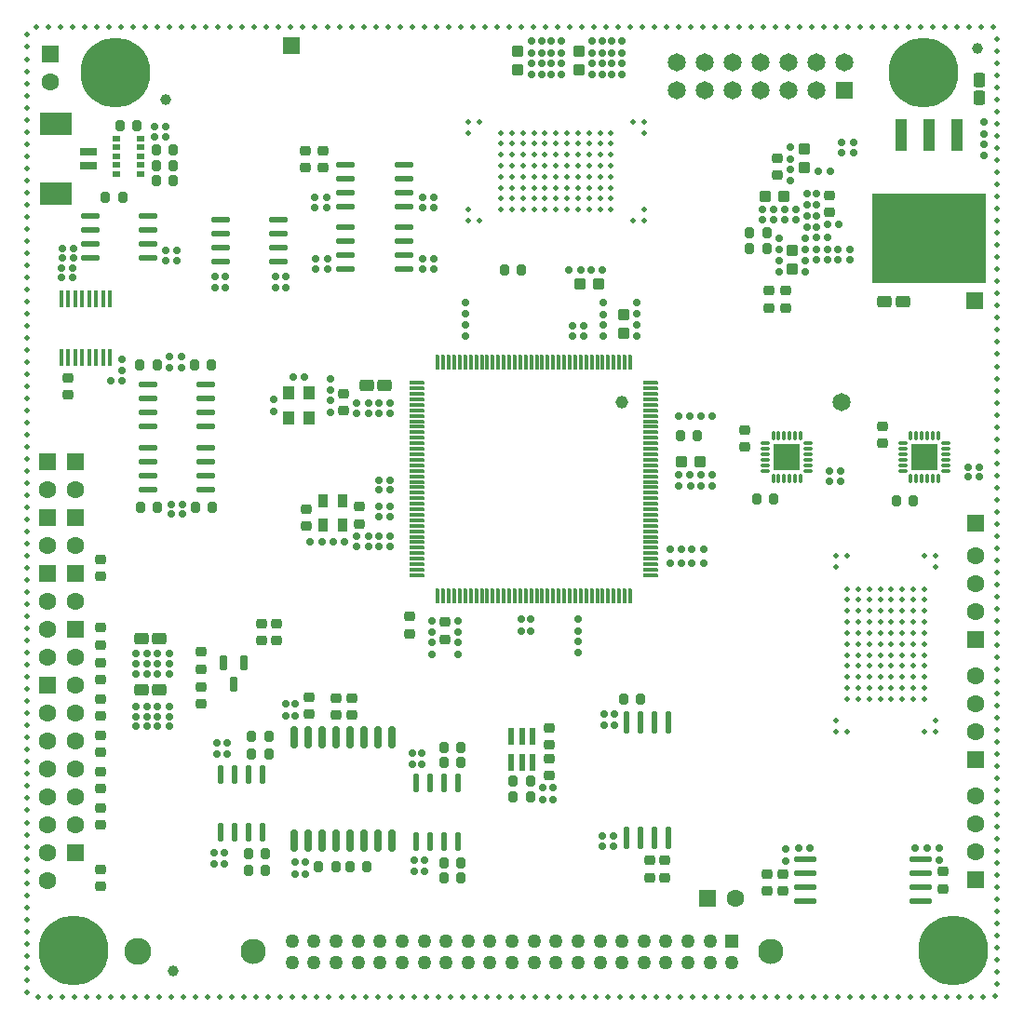
<source format=gbr>
G04*
G04 #@! TF.GenerationSoftware,Altium Limited,Altium Designer,24.9.1 (31)*
G04*
G04 Layer_Color=255*
%FSLAX44Y44*%
%MOMM*%
G71*
G04*
G04 #@! TF.SameCoordinates,95152EAB-924E-4990-96F7-4EF775BF21D2*
G04*
G04*
G04 #@! TF.FilePolarity,Positive*
G04*
G01*
G75*
G04:AMPARAMS|DCode=26|XSize=0.95mm|YSize=0.85mm|CornerRadius=0.2125mm|HoleSize=0mm|Usage=FLASHONLY|Rotation=180.000|XOffset=0mm|YOffset=0mm|HoleType=Round|Shape=RoundedRectangle|*
%AMROUNDEDRECTD26*
21,1,0.9500,0.4250,0,0,180.0*
21,1,0.5250,0.8500,0,0,180.0*
1,1,0.4250,-0.2625,0.2125*
1,1,0.4250,0.2625,0.2125*
1,1,0.4250,0.2625,-0.2125*
1,1,0.4250,-0.2625,-0.2125*
%
%ADD26ROUNDEDRECTD26*%
G04:AMPARAMS|DCode=38|XSize=0.95mm|YSize=0.85mm|CornerRadius=0.2125mm|HoleSize=0mm|Usage=FLASHONLY|Rotation=90.000|XOffset=0mm|YOffset=0mm|HoleType=Round|Shape=RoundedRectangle|*
%AMROUNDEDRECTD38*
21,1,0.9500,0.4250,0,0,90.0*
21,1,0.5250,0.8500,0,0,90.0*
1,1,0.4250,0.2125,0.2625*
1,1,0.4250,0.2125,-0.2625*
1,1,0.4250,-0.2125,-0.2625*
1,1,0.4250,-0.2125,0.2625*
%
%ADD38ROUNDEDRECTD38*%
G04:AMPARAMS|DCode=39|XSize=1.64mm|YSize=0.59mm|CornerRadius=0.1475mm|HoleSize=0mm|Usage=FLASHONLY|Rotation=0.000|XOffset=0mm|YOffset=0mm|HoleType=Round|Shape=RoundedRectangle|*
%AMROUNDEDRECTD39*
21,1,1.6400,0.2950,0,0,0.0*
21,1,1.3450,0.5900,0,0,0.0*
1,1,0.2950,0.6725,-0.1475*
1,1,0.2950,-0.6725,-0.1475*
1,1,0.2950,-0.6725,0.1475*
1,1,0.2950,0.6725,0.1475*
%
%ADD39ROUNDEDRECTD39*%
%ADD41R,0.9500X1.2000*%
G04:AMPARAMS|DCode=46|XSize=1.1mm|YSize=1mm|CornerRadius=0.25mm|HoleSize=0mm|Usage=FLASHONLY|Rotation=270.000|XOffset=0mm|YOffset=0mm|HoleType=Round|Shape=RoundedRectangle|*
%AMROUNDEDRECTD46*
21,1,1.1000,0.5000,0,0,270.0*
21,1,0.6000,1.0000,0,0,270.0*
1,1,0.5000,-0.2500,-0.3000*
1,1,0.5000,-0.2500,0.3000*
1,1,0.5000,0.2500,0.3000*
1,1,0.5000,0.2500,-0.3000*
%
%ADD46ROUNDEDRECTD46*%
G04:AMPARAMS|DCode=47|XSize=0.65mm|YSize=0.6mm|CornerRadius=0.15mm|HoleSize=0mm|Usage=FLASHONLY|Rotation=0.000|XOffset=0mm|YOffset=0mm|HoleType=Round|Shape=RoundedRectangle|*
%AMROUNDEDRECTD47*
21,1,0.6500,0.3000,0,0,0.0*
21,1,0.3500,0.6000,0,0,0.0*
1,1,0.3000,0.1750,-0.1500*
1,1,0.3000,-0.1750,-0.1500*
1,1,0.3000,-0.1750,0.1500*
1,1,0.3000,0.1750,0.1500*
%
%ADD47ROUNDEDRECTD47*%
G04:AMPARAMS|DCode=48|XSize=0.65mm|YSize=0.6mm|CornerRadius=0.15mm|HoleSize=0mm|Usage=FLASHONLY|Rotation=90.000|XOffset=0mm|YOffset=0mm|HoleType=Round|Shape=RoundedRectangle|*
%AMROUNDEDRECTD48*
21,1,0.6500,0.3000,0,0,90.0*
21,1,0.3500,0.6000,0,0,90.0*
1,1,0.3000,0.1500,0.1750*
1,1,0.3000,0.1500,-0.1750*
1,1,0.3000,-0.1500,-0.1750*
1,1,0.3000,-0.1500,0.1750*
%
%ADD48ROUNDEDRECTD48*%
G04:AMPARAMS|DCode=49|XSize=1.1mm|YSize=1.3mm|CornerRadius=0.25mm|HoleSize=0mm|Usage=FLASHONLY|Rotation=180.000|XOffset=0mm|YOffset=0mm|HoleType=Round|Shape=RoundedRectangle|*
%AMROUNDEDRECTD49*
21,1,1.1000,0.8000,0,0,180.0*
21,1,0.6000,1.3000,0,0,180.0*
1,1,0.5000,-0.3000,0.4000*
1,1,0.5000,0.3000,0.4000*
1,1,0.5000,0.3000,-0.4000*
1,1,0.5000,-0.3000,-0.4000*
%
%ADD49ROUNDEDRECTD49*%
%ADD103C,1.5240*%
%ADD104C,0.5000*%
%ADD118C,1.0000*%
%ADD125C,1.6500*%
%ADD126C,1.1500*%
%ADD127R,1.6500X1.6500*%
%ADD128R,1.6000X1.6000*%
%ADD129C,1.6000*%
%ADD130C,1.2580*%
%ADD131R,1.2580X1.2580*%
%ADD132C,2.3000*%
%ADD133C,2.4500*%
%ADD135R,1.6000X1.6000*%
%ADD136C,6.3500*%
G04:AMPARAMS|DCode=139|XSize=1.32mm|YSize=0.6mm|CornerRadius=0.075mm|HoleSize=0mm|Usage=FLASHONLY|Rotation=270.000|XOffset=0mm|YOffset=0mm|HoleType=Round|Shape=RoundedRectangle|*
%AMROUNDEDRECTD139*
21,1,1.3200,0.4500,0,0,270.0*
21,1,1.1700,0.6000,0,0,270.0*
1,1,0.1500,-0.2250,-0.5850*
1,1,0.1500,-0.2250,0.5850*
1,1,0.1500,0.2250,0.5850*
1,1,0.1500,0.2250,-0.5850*
%
%ADD139ROUNDEDRECTD139*%
G04:AMPARAMS|DCode=140|XSize=1.9539mm|YSize=0.5821mm|CornerRadius=0.1455mm|HoleSize=0mm|Usage=FLASHONLY|Rotation=270.000|XOffset=0mm|YOffset=0mm|HoleType=Round|Shape=RoundedRectangle|*
%AMROUNDEDRECTD140*
21,1,1.9539,0.2911,0,0,270.0*
21,1,1.6629,0.5821,0,0,270.0*
1,1,0.2911,-0.1455,-0.8314*
1,1,0.2911,-0.1455,0.8314*
1,1,0.2911,0.1455,0.8314*
1,1,0.2911,0.1455,-0.8314*
%
%ADD140ROUNDEDRECTD140*%
%ADD141R,0.8000X0.5000*%
%ADD142R,1.1000X1.3000*%
G04:AMPARAMS|DCode=143|XSize=1.6002mm|YSize=0.3556mm|CornerRadius=0.0889mm|HoleSize=0mm|Usage=FLASHONLY|Rotation=90.000|XOffset=0mm|YOffset=0mm|HoleType=Round|Shape=RoundedRectangle|*
%AMROUNDEDRECTD143*
21,1,1.6002,0.1778,0,0,90.0*
21,1,1.4224,0.3556,0,0,90.0*
1,1,0.1778,0.0889,0.7112*
1,1,0.1778,0.0889,-0.7112*
1,1,0.1778,-0.0889,-0.7112*
1,1,0.1778,-0.0889,0.7112*
%
%ADD143ROUNDEDRECTD143*%
G04:AMPARAMS|DCode=144|XSize=1.95mm|YSize=0.65mm|CornerRadius=0.1625mm|HoleSize=0mm|Usage=FLASHONLY|Rotation=270.000|XOffset=0mm|YOffset=0mm|HoleType=Round|Shape=RoundedRectangle|*
%AMROUNDEDRECTD144*
21,1,1.9500,0.3250,0,0,270.0*
21,1,1.6250,0.6500,0,0,270.0*
1,1,0.3250,-0.1625,-0.8125*
1,1,0.3250,-0.1625,0.8125*
1,1,0.3250,0.1625,0.8125*
1,1,0.3250,0.1625,-0.8125*
%
%ADD144ROUNDEDRECTD144*%
G04:AMPARAMS|DCode=145|XSize=1.64mm|YSize=0.59mm|CornerRadius=0.1475mm|HoleSize=0mm|Usage=FLASHONLY|Rotation=270.000|XOffset=0mm|YOffset=0mm|HoleType=Round|Shape=RoundedRectangle|*
%AMROUNDEDRECTD145*
21,1,1.6400,0.2950,0,0,270.0*
21,1,1.3450,0.5900,0,0,270.0*
1,1,0.2950,-0.1475,-0.6725*
1,1,0.2950,-0.1475,0.6725*
1,1,0.2950,0.1475,0.6725*
1,1,0.2950,0.1475,-0.6725*
%
%ADD145ROUNDEDRECTD145*%
%ADD146R,1.6000X0.8000*%
%ADD147R,3.0000X2.1000*%
%ADD148R,2.4500X2.4500*%
G04:AMPARAMS|DCode=149|XSize=0.26mm|YSize=0.8mm|CornerRadius=0.065mm|HoleSize=0mm|Usage=FLASHONLY|Rotation=180.000|XOffset=0mm|YOffset=0mm|HoleType=Round|Shape=RoundedRectangle|*
%AMROUNDEDRECTD149*
21,1,0.2600,0.6700,0,0,180.0*
21,1,0.1300,0.8000,0,0,180.0*
1,1,0.1300,-0.0650,0.3350*
1,1,0.1300,0.0650,0.3350*
1,1,0.1300,0.0650,-0.3350*
1,1,0.1300,-0.0650,-0.3350*
%
%ADD149ROUNDEDRECTD149*%
G04:AMPARAMS|DCode=150|XSize=0.8mm|YSize=0.26mm|CornerRadius=0.065mm|HoleSize=0mm|Usage=FLASHONLY|Rotation=180.000|XOffset=0mm|YOffset=0mm|HoleType=Round|Shape=RoundedRectangle|*
%AMROUNDEDRECTD150*
21,1,0.8000,0.1300,0,0,180.0*
21,1,0.6700,0.2600,0,0,180.0*
1,1,0.1300,-0.3350,0.0650*
1,1,0.1300,0.3350,0.0650*
1,1,0.1300,0.3350,-0.0650*
1,1,0.1300,-0.3350,-0.0650*
%
%ADD150ROUNDEDRECTD150*%
G04:AMPARAMS|DCode=151|XSize=1.35mm|YSize=0.35mm|CornerRadius=0.0875mm|HoleSize=0mm|Usage=FLASHONLY|Rotation=0.000|XOffset=0mm|YOffset=0mm|HoleType=Round|Shape=RoundedRectangle|*
%AMROUNDEDRECTD151*
21,1,1.3500,0.1750,0,0,0.0*
21,1,1.1750,0.3500,0,0,0.0*
1,1,0.1750,0.5875,-0.0875*
1,1,0.1750,-0.5875,-0.0875*
1,1,0.1750,-0.5875,0.0875*
1,1,0.1750,0.5875,0.0875*
%
%ADD151ROUNDEDRECTD151*%
G04:AMPARAMS|DCode=152|XSize=0.35mm|YSize=1.35mm|CornerRadius=0.0875mm|HoleSize=0mm|Usage=FLASHONLY|Rotation=0.000|XOffset=0mm|YOffset=0mm|HoleType=Round|Shape=RoundedRectangle|*
%AMROUNDEDRECTD152*
21,1,0.3500,1.1750,0,0,0.0*
21,1,0.1750,1.3500,0,0,0.0*
1,1,0.1750,0.0875,-0.5875*
1,1,0.1750,-0.0875,-0.5875*
1,1,0.1750,-0.0875,0.5875*
1,1,0.1750,0.0875,0.5875*
%
%ADD152ROUNDEDRECTD152*%
G04:AMPARAMS|DCode=153|XSize=1.9539mm|YSize=0.5821mm|CornerRadius=0.1455mm|HoleSize=0mm|Usage=FLASHONLY|Rotation=180.000|XOffset=0mm|YOffset=0mm|HoleType=Round|Shape=RoundedRectangle|*
%AMROUNDEDRECTD153*
21,1,1.9539,0.2911,0,0,180.0*
21,1,1.6629,0.5821,0,0,180.0*
1,1,0.2911,-0.8314,0.1455*
1,1,0.2911,0.8314,0.1455*
1,1,0.2911,0.8314,-0.1455*
1,1,0.2911,-0.8314,-0.1455*
%
%ADD153ROUNDEDRECTD153*%
G04:AMPARAMS|DCode=154|XSize=1.45mm|YSize=0.59mm|CornerRadius=0.0738mm|HoleSize=0mm|Usage=FLASHONLY|Rotation=90.000|XOffset=0mm|YOffset=0mm|HoleType=Round|Shape=RoundedRectangle|*
%AMROUNDEDRECTD154*
21,1,1.4500,0.4425,0,0,90.0*
21,1,1.3025,0.5900,0,0,90.0*
1,1,0.1475,0.2213,0.6513*
1,1,0.1475,0.2213,-0.6513*
1,1,0.1475,-0.2213,-0.6513*
1,1,0.1475,-0.2213,0.6513*
%
%ADD154ROUNDEDRECTD154*%
%ADD155R,1.0000X3.0000*%
%ADD156R,10.4500X8.1000*%
G04:AMPARAMS|DCode=157|XSize=1.1mm|YSize=1mm|CornerRadius=0.25mm|HoleSize=0mm|Usage=FLASHONLY|Rotation=0.000|XOffset=0mm|YOffset=0mm|HoleType=Round|Shape=RoundedRectangle|*
%AMROUNDEDRECTD157*
21,1,1.1000,0.5000,0,0,0.0*
21,1,0.6000,1.0000,0,0,0.0*
1,1,0.5000,0.3000,-0.2500*
1,1,0.5000,-0.3000,-0.2500*
1,1,0.5000,-0.3000,0.2500*
1,1,0.5000,0.3000,0.2500*
%
%ADD157ROUNDEDRECTD157*%
%ADD158C,0.4900*%
G04:AMPARAMS|DCode=159|XSize=1.1mm|YSize=1.3mm|CornerRadius=0.25mm|HoleSize=0mm|Usage=FLASHONLY|Rotation=90.000|XOffset=0mm|YOffset=0mm|HoleType=Round|Shape=RoundedRectangle|*
%AMROUNDEDRECTD159*
21,1,1.1000,0.8000,0,0,90.0*
21,1,0.6000,1.3000,0,0,90.0*
1,1,0.5000,0.4000,0.3000*
1,1,0.5000,0.4000,-0.3000*
1,1,0.5000,-0.4000,-0.3000*
1,1,0.5000,-0.4000,0.3000*
%
%ADD159ROUNDEDRECTD159*%
D26*
X222000Y348750D02*
D03*
Y333250D02*
D03*
X311000Y439250D02*
D03*
Y454750D02*
D03*
X262750Y452750D02*
D03*
Y437250D02*
D03*
X76000Y124750D02*
D03*
Y109250D02*
D03*
X76000Y391250D02*
D03*
Y406750D02*
D03*
X167000Y275250D02*
D03*
Y290750D02*
D03*
X76000Y165250D02*
D03*
Y180750D02*
D03*
Y198250D02*
D03*
Y213750D02*
D03*
X236000Y333250D02*
D03*
Y348750D02*
D03*
X76000Y297250D02*
D03*
Y312750D02*
D03*
Y329250D02*
D03*
Y344750D02*
D03*
X167000Y307250D02*
D03*
Y322750D02*
D03*
X76000Y246750D02*
D03*
Y231250D02*
D03*
Y279750D02*
D03*
Y264250D02*
D03*
X297000Y542250D02*
D03*
Y557750D02*
D03*
X662000Y509250D02*
D03*
Y524750D02*
D03*
X787000Y512250D02*
D03*
Y527750D02*
D03*
X484000Y225750D02*
D03*
Y210250D02*
D03*
Y253750D02*
D03*
Y238250D02*
D03*
X738990Y738244D02*
D03*
Y722745D02*
D03*
X691000Y756250D02*
D03*
Y771750D02*
D03*
X698990Y635745D02*
D03*
Y651245D02*
D03*
X683990Y635745D02*
D03*
Y651245D02*
D03*
X842000Y107250D02*
D03*
Y122750D02*
D03*
X696000Y105250D02*
D03*
Y120750D02*
D03*
X682000D02*
D03*
Y105250D02*
D03*
X575000Y133000D02*
D03*
Y117500D02*
D03*
X589000D02*
D03*
Y133000D02*
D03*
X304000Y265250D02*
D03*
Y280750D02*
D03*
X265000Y266250D02*
D03*
Y281750D02*
D03*
X290000Y280750D02*
D03*
Y265250D02*
D03*
X46000Y556250D02*
D03*
Y571750D02*
D03*
X278000Y763250D02*
D03*
Y778750D02*
D03*
X262000Y763250D02*
D03*
Y778750D02*
D03*
X357000Y339250D02*
D03*
Y354750D02*
D03*
X388796Y334250D02*
D03*
Y349750D02*
D03*
D38*
X618750Y519000D02*
D03*
X603250D02*
D03*
X672250Y462000D02*
D03*
X687750D02*
D03*
X799250Y460000D02*
D03*
X814750D02*
D03*
X458750Y670000D02*
D03*
X443250D02*
D03*
X95750Y736000D02*
D03*
X80250D02*
D03*
X126250Y779000D02*
D03*
X141750D02*
D03*
X126250Y751000D02*
D03*
X141750D02*
D03*
X126250Y765000D02*
D03*
X141750D02*
D03*
X108750Y801500D02*
D03*
X93250D02*
D03*
X466750Y205000D02*
D03*
X451250D02*
D03*
X466750Y191000D02*
D03*
X451250D02*
D03*
X176500Y584000D02*
D03*
X161000D02*
D03*
X111500D02*
D03*
X127000D02*
D03*
X177750Y454000D02*
D03*
X162250D02*
D03*
X127750D02*
D03*
X112250D02*
D03*
X681750Y704000D02*
D03*
X666250D02*
D03*
X681750Y690000D02*
D03*
X666250D02*
D03*
X213250Y230000D02*
D03*
X228750D02*
D03*
X210250Y139000D02*
D03*
X225750D02*
D03*
X213250Y246000D02*
D03*
X228750D02*
D03*
X210250Y124000D02*
D03*
X225750D02*
D03*
X388250Y222000D02*
D03*
X403750D02*
D03*
X388250Y131000D02*
D03*
X403750D02*
D03*
X388250Y236000D02*
D03*
X403750D02*
D03*
X388250Y117000D02*
D03*
X403750D02*
D03*
X566750Y280000D02*
D03*
X551250D02*
D03*
X289750Y127000D02*
D03*
X274250D02*
D03*
X302250D02*
D03*
X317750D02*
D03*
D39*
X351350Y670950D02*
D03*
Y683650D02*
D03*
Y696350D02*
D03*
Y709050D02*
D03*
X298650D02*
D03*
Y696350D02*
D03*
Y683650D02*
D03*
Y670950D02*
D03*
X237350Y677950D02*
D03*
Y690650D02*
D03*
Y703350D02*
D03*
Y716050D02*
D03*
X184650D02*
D03*
Y703350D02*
D03*
Y690650D02*
D03*
Y677950D02*
D03*
X351350Y727950D02*
D03*
Y740650D02*
D03*
Y753350D02*
D03*
Y766050D02*
D03*
X298650D02*
D03*
Y753350D02*
D03*
Y740650D02*
D03*
Y727950D02*
D03*
X119350Y680950D02*
D03*
Y693650D02*
D03*
Y706350D02*
D03*
Y719050D02*
D03*
X66650D02*
D03*
Y706350D02*
D03*
Y693650D02*
D03*
Y680950D02*
D03*
X171350Y469950D02*
D03*
Y482650D02*
D03*
Y495350D02*
D03*
Y508050D02*
D03*
X118650D02*
D03*
Y495350D02*
D03*
Y482650D02*
D03*
Y469950D02*
D03*
X118650Y566050D02*
D03*
Y553350D02*
D03*
Y540650D02*
D03*
Y527950D02*
D03*
X171350D02*
D03*
Y540650D02*
D03*
Y553350D02*
D03*
Y566050D02*
D03*
D41*
X295500Y438000D02*
D03*
Y460000D02*
D03*
X278000D02*
D03*
Y438000D02*
D03*
D46*
X551796Y629814D02*
D03*
Y612814D02*
D03*
X704990Y670994D02*
D03*
Y687995D02*
D03*
X715480Y763494D02*
D03*
Y780495D02*
D03*
X511000Y852500D02*
D03*
Y869500D02*
D03*
X455000D02*
D03*
Y852500D02*
D03*
D47*
X710750Y144000D02*
D03*
X721250D02*
D03*
X107750Y312000D02*
D03*
X118250D02*
D03*
X107750Y303000D02*
D03*
X118250D02*
D03*
X127750Y312000D02*
D03*
X138250D02*
D03*
X127750Y321000D02*
D03*
X138250D02*
D03*
X127750Y303000D02*
D03*
X138250D02*
D03*
X749250Y487000D02*
D03*
X738750D02*
D03*
Y478000D02*
D03*
X749250D02*
D03*
X875250Y491000D02*
D03*
X864750D02*
D03*
Y482000D02*
D03*
X875250D02*
D03*
X532250Y669797D02*
D03*
X521750D02*
D03*
X512250D02*
D03*
X501750D02*
D03*
X736990Y688494D02*
D03*
X726490D02*
D03*
X816750Y144000D02*
D03*
X827250D02*
D03*
X542250Y146000D02*
D03*
X531750D02*
D03*
Y155000D02*
D03*
X542250D02*
D03*
X50500Y663000D02*
D03*
X40000D02*
D03*
Y672000D02*
D03*
X50500D02*
D03*
X95250Y569000D02*
D03*
X84750D02*
D03*
X145250Y679000D02*
D03*
X134750D02*
D03*
X134750Y688000D02*
D03*
X145250D02*
D03*
X51250Y681000D02*
D03*
X40750D02*
D03*
Y690000D02*
D03*
X51250D02*
D03*
X368750Y671000D02*
D03*
X379250D02*
D03*
X282250Y671000D02*
D03*
X271750D02*
D03*
X379250Y680000D02*
D03*
X368750D02*
D03*
X271750D02*
D03*
X282250D02*
D03*
X281250Y727000D02*
D03*
X270750D02*
D03*
X368750Y727000D02*
D03*
X379250D02*
D03*
X270750Y736000D02*
D03*
X281250D02*
D03*
X379250Y736000D02*
D03*
X368750D02*
D03*
X593750Y416000D02*
D03*
X604250D02*
D03*
X127750Y255000D02*
D03*
X138250D02*
D03*
X127750Y264000D02*
D03*
X138250D02*
D03*
X127750Y273000D02*
D03*
X138250D02*
D03*
X107750Y321000D02*
D03*
X118250D02*
D03*
X107750Y255000D02*
D03*
X118250D02*
D03*
X107750Y264000D02*
D03*
X118250D02*
D03*
X107750Y273000D02*
D03*
X118250D02*
D03*
X135250Y791000D02*
D03*
X124750D02*
D03*
Y800500D02*
D03*
X135250D02*
D03*
X139750Y448000D02*
D03*
X150250D02*
D03*
Y457000D02*
D03*
X139750D02*
D03*
X138750Y581000D02*
D03*
X149250D02*
D03*
X677750Y716000D02*
D03*
X688250D02*
D03*
X747250Y712000D02*
D03*
X736750D02*
D03*
X756990Y679494D02*
D03*
X746490D02*
D03*
X756990Y688494D02*
D03*
X746490D02*
D03*
X697750Y725000D02*
D03*
X708250D02*
D03*
X697750Y716000D02*
D03*
X708250D02*
D03*
X737240Y699494D02*
D03*
X726740D02*
D03*
X736990Y679494D02*
D03*
X726490D02*
D03*
X601546Y484000D02*
D03*
X612046D02*
D03*
X339250Y428000D02*
D03*
X328750D02*
D03*
X613750Y416000D02*
D03*
X624250D02*
D03*
X621546Y484000D02*
D03*
X632046D02*
D03*
X319250Y428000D02*
D03*
X308750D02*
D03*
X339250Y540000D02*
D03*
X328750D02*
D03*
X339250Y549000D02*
D03*
X328750D02*
D03*
X504750Y610000D02*
D03*
X515250D02*
D03*
X601546Y537000D02*
D03*
X612046D02*
D03*
X593796Y403000D02*
D03*
X604296D02*
D03*
X339250Y419000D02*
D03*
X328750D02*
D03*
X339250Y455000D02*
D03*
X328750D02*
D03*
X339250Y479000D02*
D03*
X328750D02*
D03*
X601796Y474000D02*
D03*
X612296D02*
D03*
X319250Y540000D02*
D03*
X308750D02*
D03*
X319250Y549000D02*
D03*
X308750D02*
D03*
X515250Y619000D02*
D03*
X504750D02*
D03*
X621546Y537000D02*
D03*
X632046D02*
D03*
X613796Y403000D02*
D03*
X624296D02*
D03*
X138750Y591000D02*
D03*
X149250D02*
D03*
X739250Y760000D02*
D03*
X728750D02*
D03*
X677750Y725000D02*
D03*
X688250D02*
D03*
X319250Y419000D02*
D03*
X308750D02*
D03*
X328750Y446000D02*
D03*
X339250D02*
D03*
X328750Y470000D02*
D03*
X339250D02*
D03*
X621796Y474000D02*
D03*
X632296D02*
D03*
X298000Y423000D02*
D03*
X287500D02*
D03*
X277000D02*
D03*
X266500D02*
D03*
X251000Y573000D02*
D03*
X261500D02*
D03*
X750000Y786000D02*
D03*
X760500D02*
D03*
Y777000D02*
D03*
X750000D02*
D03*
D48*
X879000Y804500D02*
D03*
Y794000D02*
D03*
Y784500D02*
D03*
Y774000D02*
D03*
X467796Y847750D02*
D03*
Y858250D02*
D03*
X476796Y847750D02*
D03*
Y858250D02*
D03*
X485796Y847750D02*
D03*
Y858250D02*
D03*
X494796Y847750D02*
D03*
Y858250D02*
D03*
X522796Y847750D02*
D03*
Y858250D02*
D03*
X531796Y847750D02*
D03*
Y858250D02*
D03*
X540796Y847750D02*
D03*
Y858250D02*
D03*
X549796Y847750D02*
D03*
Y858250D02*
D03*
X467796Y867750D02*
D03*
Y878250D02*
D03*
X476796Y867750D02*
D03*
Y878250D02*
D03*
X182000Y229750D02*
D03*
Y240250D02*
D03*
X188000Y140250D02*
D03*
Y129750D02*
D03*
X191000Y240250D02*
D03*
Y229750D02*
D03*
X179000Y129750D02*
D03*
Y140250D02*
D03*
X359000Y220500D02*
D03*
Y231000D02*
D03*
X361000Y133250D02*
D03*
Y122750D02*
D03*
X368000Y231000D02*
D03*
Y220500D02*
D03*
X370000Y122750D02*
D03*
Y133250D02*
D03*
X699000Y143250D02*
D03*
Y132750D02*
D03*
X839000Y144250D02*
D03*
Y133750D02*
D03*
X543000Y255750D02*
D03*
Y266250D02*
D03*
X534000Y266250D02*
D03*
Y255750D02*
D03*
X253000Y120750D02*
D03*
Y131250D02*
D03*
X244000Y264750D02*
D03*
Y275250D02*
D03*
X262000Y131250D02*
D03*
Y120750D02*
D03*
X253000Y275250D02*
D03*
Y264750D02*
D03*
X95000Y589250D02*
D03*
Y578750D02*
D03*
X180000Y664250D02*
D03*
Y653750D02*
D03*
X235000Y664250D02*
D03*
Y653750D02*
D03*
X189000Y653750D02*
D03*
Y664250D02*
D03*
X244000Y653750D02*
D03*
Y664250D02*
D03*
X485796Y867750D02*
D03*
Y878250D02*
D03*
X494796Y867750D02*
D03*
Y878250D02*
D03*
X522796Y867750D02*
D03*
Y878250D02*
D03*
X531796Y867750D02*
D03*
Y878250D02*
D03*
X540796Y867750D02*
D03*
Y878250D02*
D03*
X549796Y867750D02*
D03*
Y878250D02*
D03*
X487000Y188750D02*
D03*
Y199250D02*
D03*
X478000D02*
D03*
Y188750D02*
D03*
X717990Y739494D02*
D03*
Y728995D02*
D03*
X716990Y668494D02*
D03*
Y678995D02*
D03*
X692990Y668494D02*
D03*
Y678995D02*
D03*
X717990Y719494D02*
D03*
Y708995D02*
D03*
X716990Y688494D02*
D03*
Y698995D02*
D03*
X692990Y688494D02*
D03*
Y698995D02*
D03*
X400796Y351000D02*
D03*
Y340500D02*
D03*
X532796Y609750D02*
D03*
Y620250D02*
D03*
X563796Y610064D02*
D03*
Y620564D02*
D03*
X400796Y331250D02*
D03*
Y320750D02*
D03*
X532796Y629750D02*
D03*
Y640250D02*
D03*
X563796Y630064D02*
D03*
Y640564D02*
D03*
X407796Y610064D02*
D03*
Y620564D02*
D03*
X510000Y352250D02*
D03*
Y341750D02*
D03*
X458796Y352250D02*
D03*
Y341750D02*
D03*
X376796Y351250D02*
D03*
Y340750D02*
D03*
X407796Y630064D02*
D03*
Y640564D02*
D03*
X703480Y761495D02*
D03*
Y750994D02*
D03*
Y781495D02*
D03*
Y770994D02*
D03*
X726990Y739494D02*
D03*
Y728995D02*
D03*
Y719494D02*
D03*
Y708995D02*
D03*
X510000Y332250D02*
D03*
Y321750D02*
D03*
X467000Y341750D02*
D03*
Y352250D02*
D03*
X377000Y331250D02*
D03*
Y320750D02*
D03*
X233000Y552250D02*
D03*
Y541750D02*
D03*
X285000Y540750D02*
D03*
Y551250D02*
D03*
Y560750D02*
D03*
Y571250D02*
D03*
D49*
X875000Y843250D02*
D03*
Y826750D02*
D03*
D103*
X50800Y73660D02*
D03*
X27940Y50800D02*
D03*
X50800Y27940D02*
D03*
X73660Y50800D02*
D03*
X66965Y66965D02*
D03*
X34636D02*
D03*
Y34636D02*
D03*
X66965D02*
D03*
X850900Y73660D02*
D03*
X828040Y50800D02*
D03*
X850900Y27940D02*
D03*
X873760Y50800D02*
D03*
X867065Y66965D02*
D03*
X834735D02*
D03*
Y34636D02*
D03*
X867065D02*
D03*
X88900Y872060D02*
D03*
X66040Y849200D02*
D03*
X88900Y826340D02*
D03*
X111760Y849200D02*
D03*
X105064Y865365D02*
D03*
X72736D02*
D03*
Y833036D02*
D03*
X105064D02*
D03*
X823800Y872060D02*
D03*
X800940Y849200D02*
D03*
X823800Y826340D02*
D03*
X846660Y849200D02*
D03*
X839965Y865365D02*
D03*
X807635D02*
D03*
Y833036D02*
D03*
X839965D02*
D03*
D104*
X888022Y891004D02*
D03*
X877002Y891001D02*
D03*
X865982D02*
D03*
X854962D02*
D03*
X843942D02*
D03*
X832922D02*
D03*
X821902D02*
D03*
X810882D02*
D03*
X799862D02*
D03*
X788842D02*
D03*
X777822D02*
D03*
X766802D02*
D03*
X755782D02*
D03*
X744762D02*
D03*
X733742D02*
D03*
X722722D02*
D03*
X711702D02*
D03*
X700682D02*
D03*
X689662D02*
D03*
X678642D02*
D03*
X667622D02*
D03*
X656602D02*
D03*
X645582D02*
D03*
X634562D02*
D03*
X623542D02*
D03*
X612522D02*
D03*
X601502D02*
D03*
X590482D02*
D03*
X579462D02*
D03*
X568442D02*
D03*
X557422D02*
D03*
X546402D02*
D03*
X535382D02*
D03*
X524362D02*
D03*
X513342D02*
D03*
X502322D02*
D03*
X491302D02*
D03*
X480282D02*
D03*
X469262D02*
D03*
X458242D02*
D03*
X447222D02*
D03*
X436202D02*
D03*
X425182D02*
D03*
X414162D02*
D03*
X403142D02*
D03*
X392122D02*
D03*
X381102D02*
D03*
X370082D02*
D03*
X359062D02*
D03*
X348042D02*
D03*
X337022D02*
D03*
X326002D02*
D03*
X314982D02*
D03*
X303962D02*
D03*
X292942D02*
D03*
X281922D02*
D03*
X270902D02*
D03*
X259882D02*
D03*
X248862D02*
D03*
X237842D02*
D03*
X226822D02*
D03*
X215802D02*
D03*
X204782D02*
D03*
X193762D02*
D03*
X182742D02*
D03*
X171722D02*
D03*
X160702D02*
D03*
X149682D02*
D03*
X138662D02*
D03*
X127642D02*
D03*
X116622D02*
D03*
X105602D02*
D03*
X94582D02*
D03*
X83562D02*
D03*
X72542D02*
D03*
X61522D02*
D03*
X50502D02*
D03*
X39482D02*
D03*
X28462D02*
D03*
X17442D02*
D03*
X8999Y883919D02*
D03*
Y872899D02*
D03*
Y861879D02*
D03*
Y850859D02*
D03*
Y839839D02*
D03*
Y828819D02*
D03*
Y817799D02*
D03*
Y806779D02*
D03*
Y795759D02*
D03*
Y784739D02*
D03*
Y773719D02*
D03*
Y762699D02*
D03*
Y751679D02*
D03*
Y740659D02*
D03*
Y729639D02*
D03*
Y718619D02*
D03*
Y707599D02*
D03*
Y696579D02*
D03*
Y685559D02*
D03*
Y674539D02*
D03*
Y663519D02*
D03*
Y652499D02*
D03*
Y641479D02*
D03*
Y630459D02*
D03*
Y619439D02*
D03*
Y608419D02*
D03*
Y597399D02*
D03*
Y586379D02*
D03*
Y575359D02*
D03*
Y564339D02*
D03*
Y553319D02*
D03*
Y542299D02*
D03*
Y531279D02*
D03*
Y520259D02*
D03*
Y509239D02*
D03*
Y498219D02*
D03*
Y487199D02*
D03*
Y476179D02*
D03*
Y465159D02*
D03*
Y454139D02*
D03*
Y443119D02*
D03*
Y432099D02*
D03*
Y421079D02*
D03*
Y410059D02*
D03*
Y399039D02*
D03*
Y388019D02*
D03*
Y376999D02*
D03*
Y365979D02*
D03*
Y354959D02*
D03*
Y343939D02*
D03*
Y332919D02*
D03*
Y321899D02*
D03*
Y310879D02*
D03*
Y299859D02*
D03*
Y288839D02*
D03*
Y277819D02*
D03*
Y266800D02*
D03*
Y255779D02*
D03*
Y244760D02*
D03*
Y233739D02*
D03*
Y222719D02*
D03*
Y211700D02*
D03*
Y200679D02*
D03*
Y189660D02*
D03*
Y178640D02*
D03*
Y167619D02*
D03*
Y156600D02*
D03*
Y145580D02*
D03*
Y134559D02*
D03*
Y123540D02*
D03*
Y112520D02*
D03*
Y101500D02*
D03*
Y90480D02*
D03*
Y79460D02*
D03*
Y68440D02*
D03*
Y57420D02*
D03*
Y46400D02*
D03*
Y35380D02*
D03*
Y24360D02*
D03*
Y13340D02*
D03*
X19128Y8999D02*
D03*
X30148D02*
D03*
X41168D02*
D03*
X52188D02*
D03*
X63208D02*
D03*
X74228D02*
D03*
X85248D02*
D03*
X96268D02*
D03*
X107288D02*
D03*
X118308D02*
D03*
X129328D02*
D03*
X140348D02*
D03*
X151368D02*
D03*
X162388D02*
D03*
X173408D02*
D03*
X184428D02*
D03*
X195448D02*
D03*
X206468D02*
D03*
X217488D02*
D03*
X228508D02*
D03*
X239528D02*
D03*
X250548D02*
D03*
X261568D02*
D03*
X272588D02*
D03*
X283608D02*
D03*
X294628D02*
D03*
X305648D02*
D03*
X316668D02*
D03*
X327688D02*
D03*
X338708D02*
D03*
X349728D02*
D03*
X360748D02*
D03*
X371768D02*
D03*
X382788D02*
D03*
X393808D02*
D03*
X404828D02*
D03*
X415848D02*
D03*
X426868D02*
D03*
X437888D02*
D03*
X448908D02*
D03*
X459928D02*
D03*
X470948D02*
D03*
X481968D02*
D03*
X492988D02*
D03*
X504008D02*
D03*
X515028D02*
D03*
X526048D02*
D03*
X537068D02*
D03*
X548088D02*
D03*
X559108D02*
D03*
X570128D02*
D03*
X581148D02*
D03*
X592168D02*
D03*
X603188D02*
D03*
X614208D02*
D03*
X625228D02*
D03*
X636248D02*
D03*
X647268D02*
D03*
X658288D02*
D03*
X669308D02*
D03*
X680328D02*
D03*
X691348D02*
D03*
X702368D02*
D03*
X713388D02*
D03*
X724408D02*
D03*
X735428D02*
D03*
X746448D02*
D03*
X757468D02*
D03*
X768488D02*
D03*
X779508D02*
D03*
X790528D02*
D03*
X801548D02*
D03*
X812568D02*
D03*
X823588D02*
D03*
X834608D02*
D03*
X845628D02*
D03*
X856648D02*
D03*
X867668D02*
D03*
X878688D02*
D03*
X889695Y9522D02*
D03*
X891001Y20464D02*
D03*
Y31484D02*
D03*
Y42504D02*
D03*
Y53524D02*
D03*
Y64544D02*
D03*
Y75564D02*
D03*
Y86584D02*
D03*
Y97604D02*
D03*
Y108624D02*
D03*
Y119644D02*
D03*
Y130664D02*
D03*
Y141684D02*
D03*
Y152704D02*
D03*
Y163724D02*
D03*
Y174744D02*
D03*
Y185764D02*
D03*
Y196784D02*
D03*
Y207804D02*
D03*
Y218824D02*
D03*
Y229844D02*
D03*
Y240864D02*
D03*
Y251884D02*
D03*
Y262904D02*
D03*
Y273924D02*
D03*
Y284944D02*
D03*
Y295964D02*
D03*
Y306984D02*
D03*
Y318004D02*
D03*
Y329024D02*
D03*
Y340044D02*
D03*
Y351064D02*
D03*
Y362084D02*
D03*
Y373104D02*
D03*
Y384124D02*
D03*
Y395144D02*
D03*
Y406164D02*
D03*
Y417184D02*
D03*
Y428204D02*
D03*
Y439224D02*
D03*
Y450244D02*
D03*
Y461264D02*
D03*
Y472284D02*
D03*
Y483304D02*
D03*
Y494324D02*
D03*
Y505344D02*
D03*
Y516364D02*
D03*
Y527384D02*
D03*
Y538404D02*
D03*
Y549424D02*
D03*
Y560444D02*
D03*
Y571464D02*
D03*
Y582484D02*
D03*
Y593504D02*
D03*
Y604524D02*
D03*
Y615544D02*
D03*
Y626564D02*
D03*
Y637584D02*
D03*
Y648604D02*
D03*
Y659624D02*
D03*
Y670644D02*
D03*
Y681664D02*
D03*
Y692684D02*
D03*
Y703704D02*
D03*
Y714724D02*
D03*
Y725743D02*
D03*
Y736764D02*
D03*
Y747784D02*
D03*
Y758803D02*
D03*
Y769824D02*
D03*
Y780844D02*
D03*
Y791863D02*
D03*
Y802884D02*
D03*
Y813904D02*
D03*
Y824923D02*
D03*
Y835944D02*
D03*
Y846964D02*
D03*
Y857983D02*
D03*
Y869003D02*
D03*
Y880023D02*
D03*
D118*
X135000Y825000D02*
D03*
X142000Y33000D02*
D03*
X873000Y872000D02*
D03*
D125*
X750000Y550000D02*
D03*
X599800Y858700D02*
D03*
Y833300D02*
D03*
X625200Y858700D02*
D03*
Y833300D02*
D03*
X650600Y858700D02*
D03*
Y833300D02*
D03*
X676000Y858700D02*
D03*
Y833300D02*
D03*
X701400Y858700D02*
D03*
Y833300D02*
D03*
X726800Y858700D02*
D03*
Y833300D02*
D03*
X752200Y858700D02*
D03*
D126*
X550000Y550000D02*
D03*
D127*
X752200Y833300D02*
D03*
D128*
X249000Y874000D02*
D03*
X52800Y139700D02*
D03*
X27400Y292100D02*
D03*
X872000Y333600D02*
D03*
Y224600D02*
D03*
Y115200D02*
D03*
X27400Y393700D02*
D03*
X30000Y866400D02*
D03*
X52800Y444500D02*
D03*
Y495300D02*
D03*
Y342900D02*
D03*
Y393700D02*
D03*
X27400Y444500D02*
D03*
Y495300D02*
D03*
X872000Y440000D02*
D03*
D129*
X52800Y292100D02*
D03*
Y266700D02*
D03*
Y241300D02*
D03*
Y165100D02*
D03*
Y190500D02*
D03*
Y215900D02*
D03*
X27400Y114300D02*
D03*
Y215900D02*
D03*
Y241300D02*
D03*
Y266700D02*
D03*
Y190500D02*
D03*
Y165100D02*
D03*
Y139700D02*
D03*
X872000Y359000D02*
D03*
Y384400D02*
D03*
Y409800D02*
D03*
Y250000D02*
D03*
Y275400D02*
D03*
Y300800D02*
D03*
Y140600D02*
D03*
Y166000D02*
D03*
Y191400D02*
D03*
X27400Y368300D02*
D03*
Y342900D02*
D03*
Y317500D02*
D03*
X653000Y99000D02*
D03*
X30000Y841000D02*
D03*
X52800Y419100D02*
D03*
Y469900D02*
D03*
Y317500D02*
D03*
Y368300D02*
D03*
X27400Y419100D02*
D03*
Y469900D02*
D03*
D130*
X250000Y40000D02*
D03*
Y60000D02*
D03*
X270000Y40000D02*
D03*
Y60000D02*
D03*
X290000Y40000D02*
D03*
Y60000D02*
D03*
X310000Y40000D02*
D03*
Y60000D02*
D03*
X330000Y40000D02*
D03*
Y60000D02*
D03*
X350000Y40000D02*
D03*
Y60000D02*
D03*
X370000Y40000D02*
D03*
Y60000D02*
D03*
X390000Y40000D02*
D03*
Y60000D02*
D03*
X410000Y40000D02*
D03*
Y60000D02*
D03*
X430000Y40000D02*
D03*
Y60000D02*
D03*
X450000Y40000D02*
D03*
Y60000D02*
D03*
X470000Y40000D02*
D03*
Y60000D02*
D03*
X490000Y40000D02*
D03*
Y60000D02*
D03*
X510000Y40000D02*
D03*
Y60000D02*
D03*
X530000Y40000D02*
D03*
Y60000D02*
D03*
X550000Y40000D02*
D03*
Y60000D02*
D03*
X570000Y40000D02*
D03*
Y60000D02*
D03*
X590000Y40000D02*
D03*
Y60000D02*
D03*
X610000Y40000D02*
D03*
Y60000D02*
D03*
X630000Y40000D02*
D03*
Y60000D02*
D03*
X650000Y40000D02*
D03*
D131*
Y60000D02*
D03*
D132*
X215000Y50000D02*
D03*
X685000D02*
D03*
D133*
X110000D02*
D03*
D135*
X627600Y99000D02*
D03*
X871000Y642000D02*
D03*
D136*
X50800Y50800D02*
D03*
X850900D02*
D03*
X88900Y849200D02*
D03*
X823800D02*
D03*
D139*
X187500Y313000D02*
D03*
X206500D02*
D03*
X197000Y293000D02*
D03*
D140*
X553950Y153495D02*
D03*
X566650D02*
D03*
X579350D02*
D03*
X592050D02*
D03*
Y258505D02*
D03*
X579350D02*
D03*
X566650D02*
D03*
X553950D02*
D03*
D141*
X112000Y789500D02*
D03*
Y781500D02*
D03*
Y773500D02*
D03*
Y765500D02*
D03*
Y757500D02*
D03*
X90000D02*
D03*
Y765500D02*
D03*
Y773500D02*
D03*
Y781500D02*
D03*
Y789500D02*
D03*
D142*
X265204Y535500D02*
D03*
Y558500D02*
D03*
X247204D02*
D03*
Y535500D02*
D03*
D143*
X84225Y643543D02*
D03*
X77875D02*
D03*
X71525D02*
D03*
X65175D02*
D03*
X58825D02*
D03*
X52475D02*
D03*
X46125D02*
D03*
X39775D02*
D03*
Y590457D02*
D03*
X46125D02*
D03*
X52475D02*
D03*
X58825D02*
D03*
X65175D02*
D03*
X71525D02*
D03*
X77875D02*
D03*
X84225D02*
D03*
D144*
X251550Y150750D02*
D03*
X264250D02*
D03*
X276950D02*
D03*
X289650D02*
D03*
X302350D02*
D03*
X315050D02*
D03*
X327750D02*
D03*
X340450D02*
D03*
Y245250D02*
D03*
X327750D02*
D03*
X315050D02*
D03*
X302350D02*
D03*
X289650D02*
D03*
X276950D02*
D03*
X264250D02*
D03*
X251550D02*
D03*
D145*
X362950Y150650D02*
D03*
X375650D02*
D03*
X388350D02*
D03*
X401050D02*
D03*
Y203350D02*
D03*
X388350D02*
D03*
X375650D02*
D03*
X362950D02*
D03*
X184950Y158650D02*
D03*
X197650D02*
D03*
X210350D02*
D03*
X223050D02*
D03*
Y211350D02*
D03*
X210350D02*
D03*
X197650D02*
D03*
X184950D02*
D03*
D146*
X64500Y764750D02*
D03*
Y777250D02*
D03*
D147*
X35500Y739250D02*
D03*
Y802750D02*
D03*
D148*
X825000Y500000D02*
D03*
X700000D02*
D03*
D149*
X817500Y519512D02*
D03*
Y480488D02*
D03*
X812500Y519512D02*
D03*
Y480488D02*
D03*
X822500Y519512D02*
D03*
Y480488D02*
D03*
X827500Y519512D02*
D03*
Y480488D02*
D03*
X832500Y519512D02*
D03*
Y480488D02*
D03*
X837500Y519512D02*
D03*
Y480488D02*
D03*
X692500Y519512D02*
D03*
Y480488D02*
D03*
X687500Y519512D02*
D03*
Y480488D02*
D03*
X697500Y519512D02*
D03*
Y480488D02*
D03*
X702500Y519512D02*
D03*
Y480488D02*
D03*
X707500Y519512D02*
D03*
Y480488D02*
D03*
X712500Y519512D02*
D03*
Y480488D02*
D03*
D150*
X805488Y512500D02*
D03*
Y507500D02*
D03*
Y502500D02*
D03*
Y497500D02*
D03*
Y492500D02*
D03*
Y487500D02*
D03*
X844512D02*
D03*
Y492500D02*
D03*
Y497500D02*
D03*
Y502500D02*
D03*
Y507500D02*
D03*
Y512500D02*
D03*
X680488D02*
D03*
Y507500D02*
D03*
Y502500D02*
D03*
Y497500D02*
D03*
Y492500D02*
D03*
Y487500D02*
D03*
X719512D02*
D03*
Y492500D02*
D03*
Y497500D02*
D03*
Y502500D02*
D03*
Y507500D02*
D03*
Y512500D02*
D03*
D151*
X363750Y392500D02*
D03*
Y397500D02*
D03*
Y402500D02*
D03*
Y407500D02*
D03*
Y412500D02*
D03*
Y417500D02*
D03*
Y422500D02*
D03*
Y427500D02*
D03*
Y432500D02*
D03*
Y437500D02*
D03*
Y442500D02*
D03*
Y447500D02*
D03*
Y452500D02*
D03*
Y457500D02*
D03*
Y462500D02*
D03*
Y467500D02*
D03*
Y472500D02*
D03*
Y477500D02*
D03*
Y482500D02*
D03*
Y487500D02*
D03*
Y492500D02*
D03*
Y497500D02*
D03*
Y502500D02*
D03*
Y507500D02*
D03*
Y512500D02*
D03*
Y517500D02*
D03*
Y522500D02*
D03*
Y527500D02*
D03*
Y532500D02*
D03*
Y537500D02*
D03*
Y542500D02*
D03*
Y547500D02*
D03*
Y552500D02*
D03*
Y557500D02*
D03*
Y562500D02*
D03*
Y567500D02*
D03*
X576250D02*
D03*
Y562500D02*
D03*
Y557500D02*
D03*
Y552500D02*
D03*
Y547500D02*
D03*
Y542500D02*
D03*
Y537500D02*
D03*
Y532500D02*
D03*
Y527500D02*
D03*
Y522500D02*
D03*
Y517500D02*
D03*
Y512500D02*
D03*
Y507500D02*
D03*
Y502500D02*
D03*
Y497500D02*
D03*
Y492500D02*
D03*
Y487500D02*
D03*
Y482500D02*
D03*
Y477500D02*
D03*
Y472500D02*
D03*
Y467500D02*
D03*
Y462500D02*
D03*
Y457500D02*
D03*
Y452500D02*
D03*
Y447500D02*
D03*
Y442500D02*
D03*
Y437500D02*
D03*
Y432500D02*
D03*
Y427500D02*
D03*
Y422500D02*
D03*
Y417500D02*
D03*
Y412500D02*
D03*
Y407500D02*
D03*
Y402500D02*
D03*
Y397500D02*
D03*
Y392500D02*
D03*
D152*
X382500Y586250D02*
D03*
X387500D02*
D03*
X392500D02*
D03*
X397500D02*
D03*
X402500D02*
D03*
X407500D02*
D03*
X412500D02*
D03*
X417500D02*
D03*
X422500D02*
D03*
X427500D02*
D03*
X432500D02*
D03*
X437500D02*
D03*
X442500D02*
D03*
X447500D02*
D03*
X452500D02*
D03*
X457500D02*
D03*
X462500D02*
D03*
X467500D02*
D03*
X472500D02*
D03*
X477500D02*
D03*
X482500D02*
D03*
X487500D02*
D03*
X492500D02*
D03*
X497500D02*
D03*
X502500D02*
D03*
X507500D02*
D03*
X512500D02*
D03*
X517500D02*
D03*
X522500D02*
D03*
X527500D02*
D03*
X532500D02*
D03*
X537500D02*
D03*
X542500D02*
D03*
X547500D02*
D03*
X552500D02*
D03*
X557500D02*
D03*
Y373750D02*
D03*
X552500D02*
D03*
X547500D02*
D03*
X542500D02*
D03*
X537500D02*
D03*
X532500D02*
D03*
X527500D02*
D03*
X522500D02*
D03*
X517500D02*
D03*
X512500D02*
D03*
X507500D02*
D03*
X502500D02*
D03*
X497500D02*
D03*
X492500D02*
D03*
X487500D02*
D03*
X482500D02*
D03*
X477500D02*
D03*
X472500D02*
D03*
X467500D02*
D03*
X462500D02*
D03*
X457500D02*
D03*
X452500D02*
D03*
X447500D02*
D03*
X442500D02*
D03*
X437500D02*
D03*
X432500D02*
D03*
X427500D02*
D03*
X422500D02*
D03*
X417500D02*
D03*
X412500D02*
D03*
X407500D02*
D03*
X402500D02*
D03*
X397500D02*
D03*
X392500D02*
D03*
X387500D02*
D03*
X382500D02*
D03*
D153*
X821505Y134050D02*
D03*
Y121350D02*
D03*
Y108650D02*
D03*
Y95950D02*
D03*
X716495D02*
D03*
Y108650D02*
D03*
Y121350D02*
D03*
Y134050D02*
D03*
D154*
X468500Y245550D02*
D03*
X459000D02*
D03*
X449500D02*
D03*
Y222450D02*
D03*
X459000D02*
D03*
X468500D02*
D03*
D155*
X803600Y793000D02*
D03*
X829000D02*
D03*
X854400D02*
D03*
D156*
X829000Y698500D02*
D03*
D157*
X604296Y496000D02*
D03*
X621296D02*
D03*
X697500Y737000D02*
D03*
X680500D02*
D03*
X528500Y657796D02*
D03*
X511500D02*
D03*
D158*
X410000Y805000D02*
D03*
Y795000D02*
D03*
Y725000D02*
D03*
Y715000D02*
D03*
X420000Y805000D02*
D03*
Y715000D02*
D03*
X440000Y795000D02*
D03*
Y785000D02*
D03*
Y775000D02*
D03*
Y765000D02*
D03*
Y755000D02*
D03*
Y745000D02*
D03*
Y735000D02*
D03*
Y725000D02*
D03*
X450000Y795000D02*
D03*
Y785000D02*
D03*
Y775000D02*
D03*
Y765000D02*
D03*
Y755000D02*
D03*
Y745000D02*
D03*
Y735000D02*
D03*
Y725000D02*
D03*
X460000Y795000D02*
D03*
Y785000D02*
D03*
Y775000D02*
D03*
Y765000D02*
D03*
Y755000D02*
D03*
Y745000D02*
D03*
Y735000D02*
D03*
Y725000D02*
D03*
X470000Y795000D02*
D03*
Y785000D02*
D03*
Y775000D02*
D03*
Y765000D02*
D03*
Y755000D02*
D03*
Y745000D02*
D03*
Y735000D02*
D03*
Y725000D02*
D03*
X480000Y795000D02*
D03*
Y785000D02*
D03*
Y775000D02*
D03*
Y765000D02*
D03*
Y755000D02*
D03*
Y745000D02*
D03*
Y735000D02*
D03*
Y725000D02*
D03*
X490000Y795000D02*
D03*
Y785000D02*
D03*
Y775000D02*
D03*
Y765000D02*
D03*
Y755000D02*
D03*
Y745000D02*
D03*
Y735000D02*
D03*
Y725000D02*
D03*
X500000Y795000D02*
D03*
Y785000D02*
D03*
Y775000D02*
D03*
Y765000D02*
D03*
Y755000D02*
D03*
Y745000D02*
D03*
Y735000D02*
D03*
Y725000D02*
D03*
X510000Y795000D02*
D03*
Y785000D02*
D03*
Y775000D02*
D03*
Y765000D02*
D03*
Y755000D02*
D03*
Y745000D02*
D03*
Y735000D02*
D03*
Y725000D02*
D03*
X520000Y795000D02*
D03*
Y785000D02*
D03*
Y775000D02*
D03*
Y765000D02*
D03*
Y755000D02*
D03*
Y745000D02*
D03*
Y735000D02*
D03*
Y725000D02*
D03*
X530000Y795000D02*
D03*
Y785000D02*
D03*
Y775000D02*
D03*
Y765000D02*
D03*
Y755000D02*
D03*
Y745000D02*
D03*
Y735000D02*
D03*
Y725000D02*
D03*
X540000Y795000D02*
D03*
Y785000D02*
D03*
Y775000D02*
D03*
Y765000D02*
D03*
Y755000D02*
D03*
Y745000D02*
D03*
Y735000D02*
D03*
Y725000D02*
D03*
X560000Y805000D02*
D03*
Y715000D02*
D03*
X570000Y805000D02*
D03*
Y795000D02*
D03*
Y725000D02*
D03*
Y715000D02*
D03*
X835000Y410000D02*
D03*
X825000D02*
D03*
X755000D02*
D03*
X745000D02*
D03*
X835000Y400000D02*
D03*
X745000D02*
D03*
X825000Y380000D02*
D03*
X815000D02*
D03*
X805000D02*
D03*
X795000D02*
D03*
X785000D02*
D03*
X775000D02*
D03*
X765000D02*
D03*
X755000D02*
D03*
X825000Y370000D02*
D03*
X815000D02*
D03*
X805000D02*
D03*
X795000D02*
D03*
X785000D02*
D03*
X775000D02*
D03*
X765000D02*
D03*
X755000D02*
D03*
X825000Y360000D02*
D03*
X815000D02*
D03*
X805000D02*
D03*
X795000D02*
D03*
X785000D02*
D03*
X775000D02*
D03*
X765000D02*
D03*
X755000D02*
D03*
X825000Y350000D02*
D03*
X815000D02*
D03*
X805000D02*
D03*
X795000D02*
D03*
X785000D02*
D03*
X775000D02*
D03*
X765000D02*
D03*
X755000D02*
D03*
X825000Y340000D02*
D03*
X815000D02*
D03*
X805000D02*
D03*
X795000D02*
D03*
X785000D02*
D03*
X775000D02*
D03*
X765000D02*
D03*
X755000D02*
D03*
X825000Y330000D02*
D03*
X815000D02*
D03*
X805000D02*
D03*
X795000D02*
D03*
X785000D02*
D03*
X775000D02*
D03*
X765000D02*
D03*
X755000D02*
D03*
X825000Y320000D02*
D03*
X815000D02*
D03*
X805000D02*
D03*
X795000D02*
D03*
X785000D02*
D03*
X775000D02*
D03*
X765000D02*
D03*
X755000D02*
D03*
X825000Y310000D02*
D03*
X815000D02*
D03*
X805000D02*
D03*
X795000D02*
D03*
X785000D02*
D03*
X775000D02*
D03*
X765000D02*
D03*
X755000D02*
D03*
X825000Y300000D02*
D03*
X815000D02*
D03*
X805000D02*
D03*
X795000D02*
D03*
X785000D02*
D03*
X775000D02*
D03*
X765000D02*
D03*
X755000D02*
D03*
X825000Y290000D02*
D03*
X815000D02*
D03*
X805000D02*
D03*
X795000D02*
D03*
X785000D02*
D03*
X775000D02*
D03*
X765000D02*
D03*
X755000D02*
D03*
X825000Y280000D02*
D03*
X815000D02*
D03*
X805000D02*
D03*
X795000D02*
D03*
X785000D02*
D03*
X775000D02*
D03*
X765000D02*
D03*
X755000D02*
D03*
X835000Y260000D02*
D03*
X745000D02*
D03*
X835000Y250000D02*
D03*
X825000D02*
D03*
X755000D02*
D03*
X745000D02*
D03*
D159*
X788750Y641000D02*
D03*
X805250D02*
D03*
X129250Y335000D02*
D03*
X112750D02*
D03*
X129500Y288000D02*
D03*
X113000D02*
D03*
X317546Y565000D02*
D03*
X334046D02*
D03*
M02*

</source>
